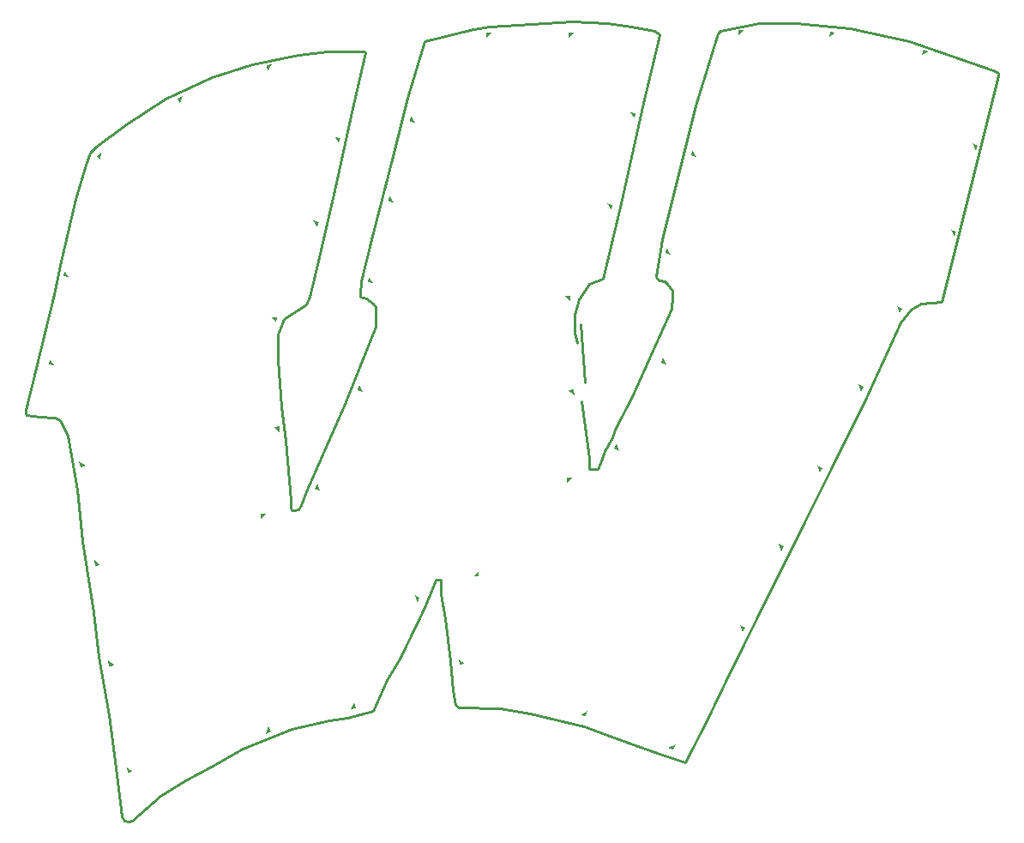
<source format=gto>
G04*
G04 #@! TF.GenerationSoftware,Altium Limited,Altium Designer,18.0.9 (584)*
G04*
G04 Layer_Color=65535*
%FSLAX25Y25*%
%MOIN*%
G70*
G01*
G75*
%ADD10C,0.01000*%
G36*
X301250Y309418D02*
X298952Y311346D01*
X301065Y311531D01*
X301250Y309418D01*
D02*
G37*
G36*
X225907Y296381D02*
X223858Y295832D01*
X223309Y297881D01*
X225907Y296381D01*
D02*
G37*
G36*
X316757Y286601D02*
X314835Y287497D01*
X315731Y289420D01*
X316757Y286601D01*
D02*
G37*
G36*
X293939Y275539D02*
Y277661D01*
X296061D01*
X293939Y275539D01*
D02*
G37*
G36*
X231603Y257854D02*
X229514Y257485D01*
X229145Y259575D01*
X231603Y257854D01*
D02*
G37*
G36*
X355665Y245003D02*
X354769Y243080D01*
X353743Y245899D01*
X355665Y245003D01*
D02*
G37*
G36*
X373200Y219466D02*
X371111Y219098D01*
X370742Y221187D01*
X373200Y219466D01*
D02*
G37*
G36*
X237103Y218854D02*
X235014Y218485D01*
X234645Y220574D01*
X237103Y218854D01*
D02*
G37*
G36*
X330822Y202193D02*
X328773Y201644D01*
X330273Y204242D01*
X330822Y202193D01*
D02*
G37*
G36*
X297859Y193029D02*
X295936Y192132D01*
X296962Y194951D01*
X297859Y193029D01*
D02*
G37*
G36*
X244200Y177466D02*
X242111Y177098D01*
X241742Y179187D01*
X244200Y177466D01*
D02*
G37*
G36*
X211422Y335647D02*
X213511Y335279D01*
X211790Y337737D01*
X211422Y335647D01*
D02*
G37*
G36*
X217143Y370084D02*
X219232Y369716D01*
X217511Y372173D01*
X217143Y370084D01*
D02*
G37*
G36*
X300167Y353998D02*
X298054Y354183D01*
X299983Y351885D01*
X300167Y353998D01*
D02*
G37*
G36*
X230266Y416680D02*
X231629Y415055D01*
X231891Y418044D01*
X230266Y416680D01*
D02*
G37*
G36*
X261641Y438971D02*
X262538Y437048D01*
X263564Y439868D01*
X261641Y438971D01*
D02*
G37*
G36*
X296098Y451889D02*
X296466Y449800D01*
X298187Y452258D01*
X296098Y451889D01*
D02*
G37*
G36*
X331418Y325655D02*
X333411Y324929D01*
X332143Y327648D01*
X331418Y325655D01*
D02*
G37*
G36*
X335422Y367647D02*
X337511Y367279D01*
X335790Y369737D01*
X335422Y367647D01*
D02*
G37*
G36*
X316385Y391132D02*
X314336Y391681D01*
X315836Y389083D01*
X316385Y391132D01*
D02*
G37*
G36*
X343422Y399147D02*
X345511Y398779D01*
X343791Y401236D01*
X343422Y399147D01*
D02*
G37*
G36*
X324885Y423632D02*
X322836Y424181D01*
X324336Y421583D01*
X324885Y423632D01*
D02*
G37*
G36*
X351922Y430147D02*
X354011Y429779D01*
X352291Y432236D01*
X351922Y430147D01*
D02*
G37*
G36*
X420353Y198922D02*
X420721Y201011D01*
X418263Y199291D01*
X420353Y198922D01*
D02*
G37*
G36*
X378561Y253339D02*
Y255461D01*
X376439Y253339D01*
X378561D01*
D02*
G37*
G36*
X412939Y291661D02*
Y289539D01*
X415061Y291661D01*
X412939D01*
D02*
G37*
G36*
X454345Y185918D02*
X455071Y187911D01*
X452352Y186643D01*
X454345Y185918D01*
D02*
G37*
G36*
X482165Y233503D02*
X480243Y234399D01*
X481269Y231580D01*
X482165Y233503D01*
D02*
G37*
G36*
X497165Y265003D02*
X495243Y265899D01*
X496269Y263080D01*
X497165Y265003D01*
D02*
G37*
G36*
X431335Y302997D02*
X433257Y302101D01*
X432231Y304920D01*
X431335Y302997D01*
D02*
G37*
G36*
X415389Y325902D02*
X413300Y325534D01*
X415758Y323813D01*
X415389Y325902D01*
D02*
G37*
G36*
X449615Y336368D02*
X451664Y335819D01*
X450164Y338417D01*
X449615Y336368D01*
D02*
G37*
G36*
X512165Y295503D02*
X510243Y296399D01*
X511269Y293580D01*
X512165Y295503D01*
D02*
G37*
G36*
X528165Y327003D02*
X526243Y327899D01*
X527269Y325080D01*
X528165Y327003D01*
D02*
G37*
G36*
X543165Y357503D02*
X541243Y358399D01*
X542269Y355580D01*
X543165Y357503D01*
D02*
G37*
G36*
X414161Y362494D02*
X412039D01*
X414161Y360372D01*
Y362494D01*
D02*
G37*
G36*
X430578Y397853D02*
X428489Y398221D01*
X430209Y395763D01*
X430578Y397853D01*
D02*
G37*
G36*
X451115Y378868D02*
X453164Y378319D01*
X451664Y380917D01*
X451115Y378868D01*
D02*
G37*
G36*
X381439Y464661D02*
Y462539D01*
X383561Y464661D01*
X381439D01*
D02*
G37*
G36*
X413439D02*
Y462539D01*
X415561Y464661D01*
X413439D01*
D02*
G37*
G36*
X439578Y433353D02*
X437489Y433721D01*
X439210Y431263D01*
X439578Y433353D01*
D02*
G37*
G36*
X461115Y416868D02*
X463164Y416319D01*
X461664Y418917D01*
X461115Y416868D01*
D02*
G37*
G36*
X479439Y465661D02*
Y463539D01*
X481561Y465661D01*
X479439D01*
D02*
G37*
G36*
X515147Y465078D02*
X514779Y462989D01*
X517237Y464710D01*
X515147Y465078D01*
D02*
G37*
G36*
X564082Y387345D02*
X562089Y388071D01*
X563357Y385352D01*
X564082Y387345D01*
D02*
G37*
G36*
X572582Y420845D02*
X570589Y421571D01*
X571857Y418852D01*
X572582Y420845D01*
D02*
G37*
G36*
X551655Y458082D02*
X550929Y456089D01*
X553648Y457357D01*
X551655Y458082D01*
D02*
G37*
D10*
X418200Y351247D02*
X419700Y328747D01*
X542500Y352000D02*
X546500Y357000D01*
X311500Y286500D02*
X317500Y300000D01*
X306000Y194000D02*
X320500Y197500D01*
X230000Y420500D02*
X241500Y429000D01*
X337500Y201000D02*
X343000Y213000D01*
X214000Y315000D02*
X216000Y314000D01*
X313000Y362000D02*
X316500Y377500D01*
X446000Y340500D02*
X453500Y357500D01*
X450000Y184000D02*
X456000Y182000D01*
X427000Y369000D02*
X434000Y398500D01*
X450000Y384500D02*
X463000Y436500D01*
X416000Y348000D02*
X417000Y344000D01*
X231000Y222000D02*
X235000Y199500D01*
X431500Y310500D02*
X438500Y324000D01*
X472500Y465500D02*
X487500Y468500D01*
X290500Y452500D02*
X308500Y456000D01*
X417500Y361000D02*
X421500Y367000D01*
X333000Y336500D02*
X338500Y350500D01*
X427500Y192000D02*
X438500Y188000D01*
X308500Y279500D02*
X309500Y281000D01*
X398500Y200000D02*
X419500Y195000D01*
X329000Y432500D02*
X334000Y454000D01*
X357500Y241500D02*
X361000Y249500D01*
X222500Y287000D02*
X224500Y267000D01*
X257000Y439000D02*
X275000Y447500D01*
X456000Y182000D02*
X459000Y181000D01*
X502000Y468500D02*
X523000Y466500D01*
X453500Y357500D02*
X454000Y362000D01*
X546000Y461500D02*
X578500Y450000D01*
X438500Y324000D02*
X446000Y340500D01*
X415000Y469000D02*
X428500Y468500D01*
X216000Y374500D02*
X222000Y400000D01*
X419500Y195000D02*
X427500Y192000D01*
X471500Y464500D02*
X472500Y465500D01*
X416000Y355000D02*
X417500Y361000D01*
X287000Y186500D02*
X306000Y194000D01*
X242500Y158000D02*
X244000Y158500D01*
X224500Y267000D02*
X229000Y239500D01*
X300500Y337500D02*
Y347500D01*
X383000Y467000D02*
X415000Y469000D01*
X428500Y468500D02*
X438000Y467000D01*
X334000Y457500D02*
X334500Y457000D01*
X528500Y321500D02*
X542500Y352000D01*
X303000Y353500D02*
X311500Y359000D01*
X215000Y369500D02*
X216000Y374500D01*
X426000Y297500D02*
X427500Y302000D01*
X448500Y462500D02*
X449000Y464000D01*
X345000Y415500D02*
X351000Y439500D01*
X332500Y362000D02*
X335000Y361500D01*
X255000Y168000D02*
X264500Y174000D01*
X275000Y447500D02*
X290500Y452500D01*
X208000Y315500D02*
X214000Y315000D01*
X241000Y158500D02*
X242500Y158000D01*
X303500Y306000D02*
X305500Y283000D01*
X244000Y158500D02*
X255000Y168000D01*
X448000Y369000D02*
X449000Y368500D01*
X523000Y466500D02*
X546000Y461500D01*
X274500Y179500D02*
X287000Y186500D01*
X454000Y362000D02*
Y364500D01*
X367500Y220500D02*
X368500Y209000D01*
X429000Y304500D02*
X430500Y307500D01*
X264500Y174000D02*
X274500Y179500D01*
X447500Y370000D02*
X450000Y384500D01*
X354500Y235000D02*
X357500Y241500D01*
X365500Y237000D02*
X367500Y220500D01*
X452000Y367000D02*
X454000Y364500D01*
X421500Y367000D02*
X427000Y369000D01*
X416000Y348000D02*
Y355000D01*
X580500Y448000D02*
Y449000D01*
X447500Y370000D02*
X448000Y369000D01*
X427500Y302000D02*
X429000Y304500D01*
X222000Y400000D02*
X226000Y413500D01*
X449000Y368500D02*
X451000Y368000D01*
X337500Y359500D02*
X338500Y358000D01*
X558500Y360000D02*
X580500Y448000D01*
X322500Y403500D02*
X329000Y432500D01*
X311500Y359000D02*
X313000Y362000D01*
X219000Y308000D02*
X222500Y287000D01*
X387000Y202000D02*
X398500Y200000D01*
X308500Y456000D02*
X320000Y457500D01*
X421500Y295000D02*
Y299500D01*
X227500Y418000D02*
X230000Y420500D01*
X463000Y436500D02*
X471500Y464500D01*
X376500Y466000D02*
X383000Y467000D01*
X487500Y468500D02*
X502000D01*
X425000Y295000D02*
X426000Y297500D01*
X334000Y454000D02*
X334500Y457000D01*
X213500Y363000D02*
X215000Y369500D01*
X362000Y252000D02*
X364000D01*
X430500Y307500D02*
X431500Y310500D01*
X332500Y363000D02*
X333000Y368000D01*
X203000Y316000D02*
X208000Y315500D01*
X459000Y181000D02*
X467500Y198000D01*
X476000Y215500D02*
X492500Y249000D01*
X528500Y321500D01*
X451000Y368000D02*
X452000Y367000D01*
X226000Y413500D02*
X227500Y418000D01*
X240000Y160000D02*
X241000Y158500D01*
X241500Y429000D02*
X257000Y439000D01*
X316500Y377500D02*
X322500Y403500D01*
X237500Y179000D02*
X240000Y160000D01*
X320500Y197500D02*
X327500Y198500D01*
X467500Y198000D02*
X476000Y215500D01*
X438500Y188000D02*
X450000Y184000D01*
X333000Y368000D02*
X337000Y384500D01*
X302000Y319500D02*
X303500Y306000D01*
X364000Y246500D02*
Y252000D01*
X421500Y295000D02*
X425000D01*
X335000Y361500D02*
X337500Y359500D01*
X202500Y316500D02*
Y318000D01*
X578500Y450000D02*
X580500Y449000D01*
X368500Y209000D02*
X369500Y203500D01*
X338500Y350500D02*
Y358000D01*
X438500Y419500D02*
X442500Y437500D01*
X357500Y461500D02*
X376500Y466000D01*
X235000Y199500D02*
X237500Y179000D01*
X550500Y359500D02*
X558500Y360000D01*
X206500Y334500D02*
X213500Y363000D01*
X369500Y203500D02*
X371000Y202500D01*
X202500Y318000D02*
X206500Y334500D01*
X320000Y457500D02*
X334000D01*
X447000Y465500D02*
X449000Y464000D01*
X361000Y249500D02*
X362000Y252000D01*
X300500Y337500D02*
X302000Y319500D01*
X364000Y246500D02*
X365500Y237000D01*
X229000Y239500D02*
X231000Y222000D01*
X418500Y321500D02*
X421500Y299500D01*
X343000Y213000D02*
X348000Y221500D01*
X351000Y439500D02*
X357500Y461500D01*
X305500Y280000D02*
Y283000D01*
X327500Y198500D02*
X337500Y201000D01*
X442500Y437500D02*
X448500Y462500D01*
X317500Y300000D02*
X326500Y320500D01*
X434000Y398500D02*
X438500Y419500D01*
X300500Y347500D02*
X303000Y353500D01*
X307000Y279000D02*
X308500Y279500D01*
X202500Y316500D02*
X203000Y316000D01*
X337000Y384500D02*
X345000Y415500D01*
X309500Y281000D02*
X311500Y286500D01*
X371000Y202500D02*
X387000Y202000D01*
X348000Y221500D02*
X354500Y235000D01*
X546500Y357000D02*
X550500Y359500D01*
X332500Y362000D02*
Y363000D01*
X305500Y280000D02*
X306000Y279000D01*
X216000Y314000D02*
X219000Y308000D01*
X438000Y467000D02*
X447000Y465500D01*
X306000Y279000D02*
X307000D01*
X326500Y320500D02*
X333000Y336500D01*
M02*

</source>
